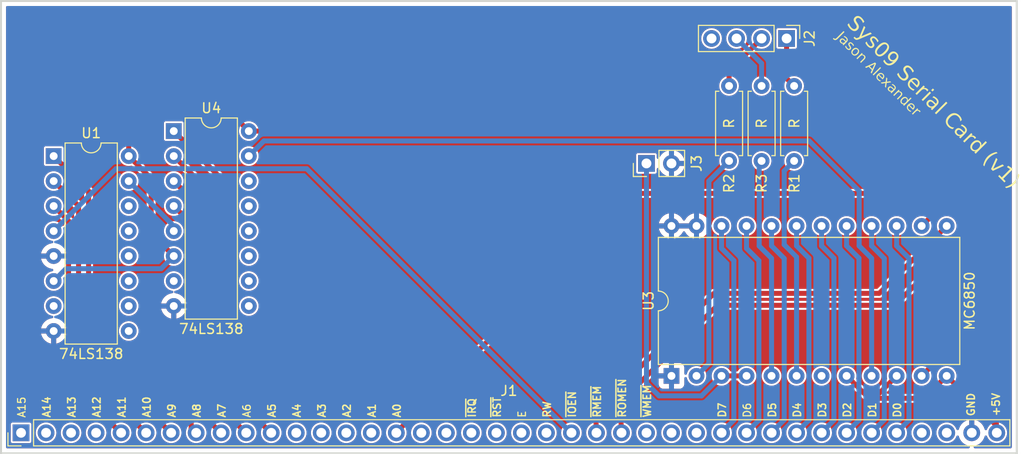
<source format=kicad_pcb>
(kicad_pcb (version 20221018) (generator pcbnew)
  (layers (0 "F.Cu" signal) (31 "B.Cu" signal) (34 "B.Paste" user) (35 "F.Paste" user) (36 "B.SilkS" user "B.Silkscreen") (37 "F.SilkS" user "F.Silkscreen") (38 "B.Mask" user) (39 "F.Mask" user) (44 "Edge.Cuts" user))
  (net 0 "")
  (net 1 "/A15")
  (net 2 "/A14")
  (net 3 "/A13")
  (net 4 "/A12")
  (net 5 "/A11")
  (net 6 "/A10")
  (net 7 "/A9")
  (net 8 "/A8")
  (net 9 "/A7")
  (net 10 "/A6")
  (net 11 "/A5")
  (net 12 "/A4")
  (net 13 "/A3")
  (net 14 "/A2")
  (net 15 "/A1")
  (net 16 "/A0")
  (net 19 "/~{RST}")
  (net 20 "/E")
  (net 21 "/RW")
  (net 22 "/~{IOEN}")
  (net 23 "/~{RMEM}")
  (net 24 "/~{ROMEN}")
  (net 25 "/~{WMEM}")
  (net 26 "/~{IRQ}")
  (net 29 "/DA7")
  (net 30 "/DA6")
  (net 31 "/DA5")
  (net 32 "/DA4")
  (net 33 "/DA3")
  (net 34 "/DA2")
  (net 35 "/DA1")
  (net 36 "/DA0")
  (net 39 "GND")
  (net 40 "+5V")
  (net 41 "Net-(J2-Pin_1)")
  (net 42 "Net-(J2-Pin_2)")
  (net 43 "Net-(J2-Pin_3)")
  (net 45 "Net-(J3-Pin_1)")
  (net 46 "Net-(U3-Tx_Data)")
  (net 47 "Net-(U3-Rx_Data)")
  (net 48 "Net-(U3-~{RTS})")
  (net 56 "Net-(U1-O0)")
  (net 65 "/UART")
  (footprint "Package_DIP:DIP-24_W15.24mm" (layer "F.Cu") (at 150.363 95.509 90)
    (fp_text reference "U3" (at 7.62 -2.33 90) (layer "F.SilkS"))
    (fp_text value "MC6850" (at 7.62 30.27 90) (layer "F.SilkS"))
    (fp_line (start 1.16 -1.33) (end 1.16 29.27) (stroke (width 0.12)) (layer "F.SilkS"))
    (fp_line (start 1.16 29.27) (end 14.08 29.27) (stroke (width 0.12)) (layer "F.SilkS"))
    (fp_line (start 6.62 -1.33) (end 1.16 -1.33) (stroke (width 0.12)) (layer "F.SilkS"))
    (fp_line (start 14.08 -1.33) (end 8.62 -1.33) (stroke (width 0.12)) (layer "F.SilkS"))
    (fp_line (start 14.08 29.27) (end 14.08 -1.33) (stroke (width 0.12)) (layer "F.SilkS"))
    (fp_arc (start 8.62 -1.33) (mid 7.62 -0.33) (end 6.62 -1.33) (stroke (width 0.12)) (layer "F.SilkS"))
    (pad "1" thru_hole rect (at 0 0 90) (size 1.6 1.6) (drill 0.8) (layers "*.Cu" "*.Mask") (net 39 "GND"))
    (pad "2" thru_hole oval (at 0 2.54 90) (size 1.6 1.6) (drill 0.8) (layers "*.Cu" "*.Mask") (net 47 "Net-(U3-Rx_Data)"))
    (pad "3" thru_hole oval (at 0 5.08 90) (size 1.6 1.6) (drill 0.8) (layers "*.Cu" "*.Mask") (net 45 "Net-(J3-Pin_1)"))
    (pad "4" thru_hole oval (at 0 7.62 90) (size 1.6 1.6) (drill 0.8) (layers "*.Cu" "*.Mask") (net 45 "Net-(J3-Pin_1)"))
    (pad "5" thru_hole oval (at 0 10.16 90) (size 1.6 1.6) (drill 0.8) (layers "*.Cu" "*.Mask") (net 48 "Net-(U3-~{RTS})"))
    (pad "6" thru_hole oval (at 0 12.7 90) (size 1.6 1.6) (drill 0.8) (layers "*.Cu" "*.Mask") (net 46 "Net-(U3-Tx_Data)"))
    (pad "7" thru_hole oval (at 0 15.24 90) (size 1.6 1.6) (drill 0.8) (layers "*.Cu" "*.Mask"))
    (pad "8" thru_hole oval (at 0 17.78 90) (size 1.6 1.6) (drill 0.8) (layers "*.Cu" "*.Mask") (net 40 "+5V"))
    (pad "9" thru_hole oval (at 0 20.32 90) (size 1.6 1.6) (drill 0.8) (layers "*.Cu" "*.Mask") (net 65 "/UART"))
    (pad "10" thru_hole oval (at 0 22.86 90) (size 1.6 1.6) (drill 0.8) (layers "*.Cu" "*.Mask") (net 40 "+5V"))
    (pad "11" thru_hole oval (at 0 25.4 90) (size 1.6 1.6) (drill 0.8) (layers "*.Cu" "*.Mask") (net 16 "/A0"))
    (pad "12" thru_hole oval (at 0 27.94 90) (size 1.6 1.6) (drill 0.8) (layers "*.Cu" "*.Mask") (net 40 "+5V"))
    (pad "13" thru_hole oval (at 15.24 27.94 90) (size 1.6 1.6) (drill 0.8) (layers "*.Cu" "*.Mask") (net 21 "/RW"))
    (pad "14" thru_hole oval (at 15.24 25.4 90) (size 1.6 1.6) (drill 0.8) (layers "*.Cu" "*.Mask") (net 20 "/E"))
    (pad "15" thru_hole oval (at 15.24 22.86 90) (size 1.6 1.6) (drill 0.8) (layers "*.Cu" "*.Mask") (net 36 "/DA0"))
    (pad "16" thru_hole oval (at 15.24 20.32 90) (size 1.6 1.6) (drill 0.8) (layers "*.Cu" "*.Mask") (net 35 "/DA1"))
    (pad "17" thru_hole oval (at 15.24 17.78 90) (size 1.6 1.6) (drill 0.8) (layers "*.Cu" "*.Mask") (net 34 "/DA2"))
    (pad "18" thru_hole oval (at 15.24 15.24 90) (size 1.6 1.6) (drill 0.8) (layers "*.Cu" "*.Mask") (net 33 "/DA3"))
    (pad "19" thru_hole oval (at 15.24 12.7 90) (size 1.6 1.6) (drill 0.8) (layers "*.Cu" "*.Mask") (net 32 "/DA4"))
    (pad "20" thru_hole oval (at 15.24 10.16 90) (size 1.6 1.6) (drill 0.8) (layers "*.Cu" "*.Mask") (net 31 "/DA5"))
    (pad "21" thru_hole oval (at 15.24 7.62 90) (size 1.6 1.6) (drill 0.8) (layers "*.Cu" "*.Mask") (net 30 "/DA6"))
    (pad "22" thru_hole oval (at 15.24 5.08 90) (size 1.6 1.6) (drill 0.8) (layers "*.Cu" "*.Mask") (net 29 "/DA7"))
    (pad "23" thru_hole oval (at 15.24 2.54 90) (size 1.6 1.6) (drill 0.8) (layers "*.Cu" "*.Mask") (net 39 "GND"))
    (pad "24" thru_hole oval (at 15.24 0 90) (size 1.6 1.6) (drill 0.8) (layers "*.Cu" "*.Mask") (net 39 "GND"))
  )
  (footprint "Package_DIP:DIP-16_W7.62mm" (layer "F.Cu") (at 87.64 73.167)
    (fp_text reference "U1" (at 3.81 -2.33) (layer "F.SilkS"))
    (fp_text value "74LS138" (at 3.81 20.11) (layer "F.SilkS"))
    (fp_line (start 1.16 -1.33) (end 1.16 19.11) (stroke (width 0.12)) (layer "F.SilkS"))
    (fp_line (start 1.16 19.11) (end 6.46 19.11) (stroke (width 0.12)) (layer "F.SilkS"))
    (fp_line (start 2.81 -1.33) (end 1.16 -1.33) (stroke (width 0.12)) (layer "F.SilkS"))
    (fp_line (start 6.46 -1.33) (end 4.81 -1.33) (stroke (width 0.12)) (layer "F.SilkS"))
    (fp_line (start 6.46 19.11) (end 6.46 -1.33) (stroke (width 0.12)) (layer "F.SilkS"))
    (fp_arc (start 4.81 -1.33) (mid 3.81 -0.33) (end 2.81 -1.33) (stroke (width 0.12)) (layer "F.SilkS"))
    (pad "1" thru_hole rect (at 0 0) (size 1.6 1.6) (drill 0.8) (layers "*.Cu" "*.Mask") (net 7 "/A9"))
    (pad "2" thru_hole oval (at 0 2.54) (size 1.6 1.6) (drill 0.8) (layers "*.Cu" "*.Mask") (net 6 "/A10"))
    (pad "3" thru_hole oval (at 0 5.08) (size 1.6 1.6) (drill 0.8) (layers "*.Cu" "*.Mask") (net 5 "/A11"))
    (pad "4" thru_hole oval (at 0 7.62) (size 1.6 1.6) (drill 0.8) (layers "*.Cu" "*.Mask") (net 22 "/~{IOEN}"))
    (pad "5" thru_hole oval (at 0 10.16) (size 1.6 1.6) (drill 0.8) (layers "*.Cu" "*.Mask") (net 39 "GND"))
    (pad "6" thru_hole oval (at 0 12.7) (size 1.6 1.6) (drill 0.8) (layers "*.Cu" "*.Mask") (net 40 "+5V"))
    (pad "7" thru_hole oval (at 0 15.24) (size 1.6 1.6) (drill 0.8) (layers "*.Cu" "*.Mask"))
    (pad "8" thru_hole oval (at 0 17.78) (size 1.6 1.6) (drill 0.8) (layers "*.Cu" "*.Mask") (net 39 "GND"))
    (pad "9" thru_hole oval (at 7.62 17.78) (size 1.6 1.6) (drill 0.8) (layers "*.Cu" "*.Mask"))
    (pad "10" thru_hole oval (at 7.62 15.24) (size 1.6 1.6) (drill 0.8) (layers "*.Cu" "*.Mask"))
    (pad "11" thru_hole oval (at 7.62 12.7) (size 1.6 1.6) (drill 0.8) (layers "*.Cu" "*.Mask"))
    (pad "12" thru_hole oval (at 7.62 10.16) (size 1.6 1.6) (drill 0.8) (layers "*.Cu" "*.Mask"))
    (pad "13" thru_hole oval (at 7.62 7.62) (size 1.6 1.6) (drill 0.8) (layers "*.Cu" "*.Mask"))
    (pad "14" thru_hole oval (at 7.62 5.08) (size 1.6 1.6) (drill 0.8) (layers "*.Cu" "*.Mask"))
    (pad "15" thru_hole oval (at 7.62 2.54) (size 1.6 1.6) (drill 0.8) (layers "*.Cu" "*.Mask") (net 56 "Net-(U1-O0)"))
    (pad "16" thru_hole oval (at 7.62 0) (size 1.6 1.6) (drill 0.8) (layers "*.Cu" "*.Mask") (net 40 "+5V"))
  )
  (footprint "Resistor_THT:R_Axial_DIN0207_L6.3mm_D2.5mm_P7.62mm_Horizontal" (layer "F.Cu") (at 162.814 66.04 -90)
    (fp_text reference "R1" (at 9.906 -0.028 90) (layer "F.SilkS"))
    (fp_text value "R" (at 3.81 -0.028 90) (layer "F.SilkS"))
    (fp_line (start 0.54 -1.37) (end 7.08 -1.37) (stroke (width 0.12)) (layer "F.SilkS"))
    (fp_line (start 0.54 -1.04) (end 0.54 -1.37) (stroke (width 0.12)) (layer "F.SilkS"))
    (fp_line (start 0.54 1.04) (end 0.54 1.37) (stroke (width 0.12)) (layer "F.SilkS"))
    (fp_line (start 0.54 1.37) (end 7.08 1.37) (stroke (width 0.12)) (layer "F.SilkS"))
    (fp_line (start 7.08 -1.37) (end 7.08 -1.04) (stroke (width 0.12)) (layer "F.SilkS"))
    (fp_line (start 7.08 1.37) (end 7.08 1.04) (stroke (width 0.12)) (layer "F.SilkS"))
    (pad "1" thru_hole circle (at 0 0 270) (size 1.6 1.6) (drill 0.8) (layers "*.Cu" "*.Mask") (net 41 "Net-(J2-Pin_1)"))
    (pad "2" thru_hole oval (at 7.62 0 270) (size 1.6 1.6) (drill 0.8) (layers "*.Cu" "*.Mask") (net 46 "Net-(U3-Tx_Data)"))
  )
  (footprint "Resistor_THT:R_Axial_DIN0207_L6.3mm_D2.5mm_P7.62mm_Horizontal" (layer "F.Cu") (at 159.512 66.04 -90)
    (fp_text reference "R3" (at 9.906 0 90) (layer "F.SilkS"))
    (fp_text value "R" (at 3.81 0 90) (layer "F.SilkS"))
    (fp_line (start 0.54 -1.37) (end 7.08 -1.37) (stroke (width 0.12)) (layer "F.SilkS"))
    (fp_line (start 0.54 -1.04) (end 0.54 -1.37) (stroke (width 0.12)) (layer "F.SilkS"))
    (fp_line (start 0.54 1.04) (end 0.54 1.37) (stroke (width 0.12)) (layer "F.SilkS"))
    (fp_line (start 0.54 1.37) (end 7.08 1.37) (stroke (width 0.12)) (layer "F.SilkS"))
    (fp_line (start 7.08 -1.37) (end 7.08 -1.04) (stroke (width 0.12)) (layer "F.SilkS"))
    (fp_line (start 7.08 1.37) (end 7.08 1.04) (stroke (width 0.12)) (layer "F.SilkS"))
    (pad "1" thru_hole circle (at 0 0 270) (size 1.6 1.6) (drill 0.8) (layers "*.Cu" "*.Mask") (net 43 "Net-(J2-Pin_3)"))
    (pad "2" thru_hole oval (at 7.62 0 270) (size 1.6 1.6) (drill 0.8) (layers "*.Cu" "*.Mask") (net 48 "Net-(U3-~{RTS})"))
  )
  (footprint "Connector_PinHeader_2.54mm:PinHeader_1x40_P2.54mm_Vertical" (layer "F.Cu") (at 84.328 101.294 90)
    (fp_text reference "J1" (at 4.266 49.53) (layer "F.SilkS"))
    (fp_text value "Conn_01x40_Pin" hide)
    (fp_line (start -1.33 -1.33) (end 0 -1.33) (stroke (width 0.12)) (layer "F.SilkS"))
    (fp_line (start -1.33 0) (end -1.33 -1.33) (stroke (width 0.12)) (layer "F.SilkS"))
    (fp_line (start -1.33 1.27) (end -1.33 100.39) (stroke (width 0.12)) (layer "F.SilkS"))
    (fp_line (start -1.33 1.27) (end 1.33 1.27) (stroke (width 0.12)) (layer "F.SilkS"))
    (fp_line (start -1.33 100.39) (end 1.33 100.39) (stroke (width 0.12)) (layer "F.SilkS"))
    (fp_line (start 1.33 1.27) (end 1.33 100.39) (stroke (width 0.12)) (layer "F.SilkS"))
    (pad "1" thru_hole rect (at 0 0 90) (size 1.7 1.7) (drill 1) (layers "*.Cu" "*.Mask") (net 1 "/A15"))
    (pad "2" thru_hole oval (at 0 2.54 90) (size 1.7 1.7) (drill 1) (layers "*.Cu" "*.Mask") (net 2 "/A14"))
    (pad "3" thru_hole oval (at 0 5.08 90) (size 1.7 1.7) (drill 1) (layers "*.Cu" "*.Mask") (net 3 "/A13"))
    (pad "4" thru_hole oval (at 0 7.62 90) (size 1.7 1.7) (drill 1) (layers "*.Cu" "*.Mask") (net 4 "/A12"))
    (pad "5" thru_hole oval (at 0 10.16 90) (size 1.7 1.7) (drill 1) (layers "*.Cu" "*.Mask") (net 5 "/A11"))
    (pad "6" thru_hole oval (at 0 12.7 90) (size 1.7 1.7) (drill 1) (layers "*.Cu" "*.Mask") (net 6 "/A10"))
    (pad "7" thru_hole oval (at 0 15.24 90) (size 1.7 1.7) (drill 1) (layers "*.Cu" "*.Mask") (net 7 "/A9"))
    (pad "8" thru_hole oval (at 0 17.78 90) (size 1.7 1.7) (drill 1) (layers "*.Cu" "*.Mask") (net 8 "/A8"))
    (pad "9" thru_hole oval (at 0 20.32 90) (size 1.7 1.7) (drill 1) (layers "*.Cu" "*.Mask") (net 9 "/A7"))
    (pad "10" thru_hole oval (at 0 22.86 90) (size 1.7 1.7) (drill 1) (layers "*.Cu" "*.Mask") (net 10 "/A6"))
    (pad "11" thru_hole oval (at 0 25.4 90) (size 1.7 1.7) (drill 1) (layers "*.Cu" "*.Mask") (net 11 "/A5"))
    (pad "12" thru_hole oval (at 0 27.94 90) (size 1.7 1.7) (drill 1) (layers "*.Cu" "*.Mask") (net 12 "/A4"))
    (pad "13" thru_hole oval (at 0 30.48 90) (size 1.7 1.7) (drill 1) (layers "*.Cu" "*.Mask") (net 13 "/A3"))
    (pad "14" thru_hole oval (at 0 33.02 90) (size 1.7 1.7) (drill 1) (layers "*.Cu" "*.Mask") (net 14 "/A2"))
    (pad "15" thru_hole oval (at 0 35.56 90) (size 1.7 1.7) (drill 1) (layers "*.Cu" "*.Mask") (net 15 "/A1"))
    (pad "16" thru_hole oval (at 0 38.1 90) (size 1.7 1.7) (drill 1) (layers "*.Cu" "*.Mask") (net 16 "/A0"))
    (pad "17" thru_hole oval (at 0 40.64 90) (size 1.7 1.7) (drill 1) (layers "*.Cu" "*.Mask"))
    (pad "18" thru_hole oval (at 0 43.18 90) (size 1.7 1.7) (drill 1) (layers "*.Cu" "*.Mask"))
    (pad "19" thru_hole oval (at 0 45.72 90) (size 1.7 1.7) (drill 1) (layers "*.Cu" "*.Mask") (net 26 "/~{IRQ}"))
    (pad "20" thru_hole oval (at 0 48.26 90) (size 1.7 1.7) (drill 1) (layers "*.Cu" "*.Mask") (net 25 "/~{WMEM}"))
    (pad "21" thru_hole oval (at 0 50.8 90) (size 1.7 1.7) (drill 1) (layers "*.Cu" "*.Mask") (net 24 "/~{ROMEN}"))
    (pad "22" thru_hole oval (at 0 53.34 90) (size 1.7 1.7) (drill 1) (layers "*.Cu" "*.Mask") (net 23 "/~{RMEM}"))
    (pad "23" thru_hole oval (at 0 55.88 90) (size 1.7 1.7) (drill 1) (layers "*.Cu" "*.Mask") (net 22 "/~{IOEN}"))
    (pad "24" thru_hole oval (at 0 58.42 90) (size 1.7 1.7) (drill 1) (layers "*.Cu" "*.Mask") (net 21 "/RW"))
    (pad "25" thru_hole oval (at 0 60.96 90) (size 1.7 1.7) (drill 1) (layers "*.Cu" "*.Mask") (net 20 "/E"))
    (pad "26" thru_hole oval (at 0 63.5 90) (size 1.7 1.7) (drill 1) (layers "*.Cu" "*.Mask") (net 19 "/~{RST}"))
    (pad "27" thru_hole oval (at 0 66.04 90) (size 1.7 1.7) (drill 1) (layers "*.Cu" "*.Mask"))
    (pad "28" thru_hole oval (at 0 68.58 90) (size 1.7 1.7) (drill 1) (layers "*.Cu" "*.Mask"))
    (pad "29" thru_hole oval (at 0 71.12 90) (size 1.7 1.7) (drill 1) (layers "*.Cu" "*.Mask") (net 29 "/DA7"))
    (pad "30" thru_hole oval (at 0 73.66 90) (size 1.7 1.7) (drill 1) (layers "*.Cu" "*.Mask") (net 30 "/DA6"))
    (pad "31" thru_hole oval (at 0 76.2 90) (size 1.7 1.7) (drill 1) (layers "*.Cu" "*.Mask") (net 31 "/DA5"))
    (pad "32" thru_hole oval (at 0 78.74 90) (size 1.7 1.7) (drill 1) (layers "*.Cu" "*.Mask") (net 32 "/DA4"))
    (pad "33" thru_hole oval (at 0 81.28 90) (size 1.7 1.7) (drill 1) (layers "*.Cu" "*.Mask") (net 33 "/DA3"))
    (pad "34" thru_hole oval (at 0 83.82 90) (size 1.7 1.7) (drill 1) (layers "*.Cu" "*.Mask") (net 34 "/DA2"))
    (pad "35" thru_hole oval (at 0 86.36 90) (size 1.7 1.7) (drill 1) (layers "*.Cu" "*.Mask") (net 35 "/DA1"))
    (pad "36" thru_hole oval (at 0 88.9 90) (size 1.7 1.7) (drill 1) (layers "*.Cu" "*.Mask") (net 36 "/DA0"))
    (pad "37" thru_hole oval (at 0 91.44 90) (size 1.7 1.7) (drill 1) (layers "*.Cu" "*.Mask"))
    (pad "38" thru_hole oval (at 0 93.98 90) (size 1.7 1.7) (drill 1) (layers "*.Cu" "*.Mask"))
    (pad "39" thru_hole oval (at 0 96.52 90) (size 1.7 1.7) (drill 1) (layers "*.Cu" "*.Mask") (net 39 "GND"))
    (pad "40" thru_hole oval (at 0 99.06 90) (size 1.7 1.7) (drill 1) (layers "*.Cu" "*.Mask") (net 40 "+5V"))
  )
  (footprint "Connector_PinHeader_2.54mm:PinHeader_1x04_P2.54mm_Vertical" (layer "F.Cu") (at 162.052 61.214 -90)
    (fp_text reference "J2" (at 0 -2.33 90) (layer "F.SilkS"))
    (fp_text value "Conn_01x04_Pin" hide)
    (fp_line (start -1.33 -1.33) (end 0 -1.33) (stroke (width 0.12)) (layer "F.SilkS"))
    (fp_line (start -1.33 0) (end -1.33 -1.33) (stroke (width 0.12)) (layer "F.SilkS"))
    (fp_line (start -1.33 1.27) (end -1.33 8.95) (stroke (width 0.12)) (layer "F.SilkS"))
    (fp_line (start -1.33 1.27) (end 1.33 1.27) (stroke (width 0.12)) (layer "F.SilkS"))
    (fp_line (start -1.33 8.95) (end 1.33 8.95) (stroke (width 0.12)) (layer "F.SilkS"))
    (fp_line (start 1.33 1.27) (end 1.33 8.95) (stroke (width 0.12)) (layer "F.SilkS"))
    (pad "1" thru_hole rect (at 0 0 270) (size 1.7 1.7) (drill 1) (layers "*.Cu" "*.Mask") (net 41 "Net-(J2-Pin_1)"))
    (pad "2" thru_hole oval (at 0 2.54 270) (size 1.7 1.7) (drill 1) (layers "*.Cu" "*.Mask") (net 42 "Net-(J2-Pin_2)"))
    (pad "3" thru_hole oval (at 0 5.08 270) (size 1.7 1.7) (drill 1) (layers "*.Cu" "*.Mask") (net 43 "Net-(J2-Pin_3)"))
    (pad "4" thru_hole oval (at 0 7.62 270) (size 1.7 1.7) (drill 1) (layers "*.Cu" "*.Mask"))
  )
  (footprint "Connector_PinHeader_2.54mm:PinHeader_1x02_P2.54mm_Vertical" (layer "F.Cu") (at 147.823 73.914 90)
    (fp_text reference "J3" (at 0 5.085 90) (layer "F.SilkS"))
    (fp_text value "Conn_01x02_Pin" hide)
    (fp_line (start -1.33 -1.33) (end 0 -1.33) (stroke (width 0.12)) (layer "F.SilkS"))
    (fp_line (start -1.33 0) (end -1.33 -1.33) (stroke (width 0.12)) (layer "F.SilkS"))
    (fp_line (start -1.33 1.27) (end -1.33 3.87) (stroke (width 0.12)) (layer "F.SilkS"))
    (fp_line (start -1.33 1.27) (end 1.33 1.27) (stroke (width 0.12)) (layer "F.SilkS"))
    (fp_line (start -1.33 3.87) (end 1.33 3.87) (stroke (width 0.12)) (layer "F.SilkS"))
    (fp_line (start 1.33 1.27) (end 1.33 3.87) (stroke (width 0.12)) (layer "F.SilkS"))
    (pad "1" thru_hole rect (at 0 0 90) (size 1.7 1.7) (drill 1) (layers "*.Cu" "*.Mask") (net 45 "Net-(J3-Pin_1)"))
    (pad "2" thru_hole oval (at 0 2.54 90) (size 1.7 1.7) (drill 1) (layers "*.Cu" "*.Mask") (net 39 "GND"))
  )
  (footprint "Package_DIP:DIP-16_W7.62mm" (layer "F.Cu") (at 99.832 70.627)
    (fp_text reference "U4" (at 3.81 -2.33) (layer "F.SilkS"))
    (fp_text value "74LS138" (at 3.81 20.11) (layer "F.SilkS"))
    (fp_line (start 1.16 -1.33) (end 1.16 19.11) (stroke (width 0.12)) (layer "F.SilkS"))
    (fp_line (start 1.16 19.11) (end 6.46 19.11) (stroke (width 0.12)) (layer "F.SilkS"))
    (fp_line (start 2.81 -1.33) (end 1.16 -1.33) (stroke (width 0.12)) (layer "F.SilkS"))
    (fp_line (start 6.46 -1.33) (end 4.81 -1.33) (stroke (width 0.12)) (layer "F.SilkS"))
    (fp_line (start 6.46 19.11) (end 6.46 -1.33) (stroke (width 0.12)) (layer "F.SilkS"))
    (fp_arc (start 4.81 -1.33) (mid 3.81 -0.33) (end 2.81 -1.33) (stroke (width 0.12)) (layer "F.SilkS"))
    (pad "1" thru_hole rect (at 0 0) (size 1.6 1.6) (drill 0.8) (layers "*.Cu" "*.Mask") (net 11 "/A5"))
    (pad "2" thru_hole oval (at 0 2.54) (size 1.6 1.6) (drill 0.8) (layers "*.Cu" "*.Mask") (net 10 "/A6"))
    (pad "3" thru_hole oval (at 0 5.08) (size 1.6 1.6) (drill 0.8) (layers "*.Cu" "*.Mask") (net 9 "/A7"))
    (pad "4" thru_hole oval (at 0 7.62) (size 1.6 1.6) (drill 0.8) (layers "*.Cu" "*.Mask") (net 8 "/A8"))
    (pad "5" thru_hole oval (at 0 10.16) (size 1.6 1.6) (drill 0.8) (layers "*.Cu" "*.Mask") (net 56 "Net-(U1-O0)"))
    (pad "6" thru_hole oval (at 0 12.7) (size 1.6 1.6) (drill 0.8) (layers "*.Cu" "*.Mask") (net 40 "+5V"))
    (pad "7" thru_hole oval (at 0 15.24) (size 1.6 1.6) (drill 0.8) (layers "*.Cu" "*.Mask"))
    (pad "8" thru_hole oval (at 0 17.78) (size 1.6 1.6) (drill 0.8) (layers "*.Cu" "*.Mask") (net 39 "GND"))
    (pad "9" thru_hole oval (at 7.62 17.78) (size 1.6 1.6) (drill 0.8) (layers "*.Cu" "*.Mask"))
    (pad "10" thru_hole oval (at 7.62 15.24) (size 1.6 1.6) (drill 0.8) (layers "*.Cu" "*.Mask"))
    (pad "11" thru_hole oval (at 7.62 12.7) (size 1.6 1.6) (drill 0.8) (layers "*.Cu" "*.Mask"))
    (pad "12" thru_hole oval (at 7.62 10.16) (size 1.6 1.6) (drill 0.8) (layers "*.Cu" "*.Mask"))
    (pad "13" thru_hole oval (at 7.62 7.62) (size 1.6 1.6) (drill 0.8) (layers "*.Cu" "*.Mask"))
    (pad "14" thru_hole oval (at 7.62 5.08) (size 1.6 1.6) (drill 0.8) (layers "*.Cu" "*.Mask"))
    (pad "15" thru_hole oval (at 7.62 2.54) (size 1.6 1.6) (drill 0.8) (layers "*.Cu" "*.Mask") (net 65 "/UART"))
    (pad "16" thru_hole oval (at 7.62 0) (size 1.6 1.6) (drill 0.8) (layers "*.Cu" "*.Mask") (net 40 "+5V"))
  )
  (footprint "Resistor_THT:R_Axial_DIN0207_L6.3mm_D2.5mm_P7.62mm_Horizontal" (layer "F.Cu") (at 156.21 66.04 -90)
    (fp_text reference "R2" (at 9.906 0 90) (layer "F.SilkS"))
    (fp_text value "R" (at 3.81 0 90) (layer "F.SilkS"))
    (fp_line (start 0.54 -1.37) (end 7.08 -1.37) (stroke (width 0.12)) (layer "F.SilkS"))
    (fp_line (start 0.54 -1.04) (end 0.54 -1.37) (stroke (width 0.12)) (layer "F.SilkS"))
    (fp_line (start 0.54 1.04) (end 0.54 1.37) (stroke (width 0.12)) (layer "F.SilkS"))
    (fp_line (start 0.54 1.37) (end 7.08 1.37) (stroke (width 0.12)) (layer "F.SilkS"))
    (fp_line (start 7.08 -1.37) (end 7.08 -1.04) (stroke (width 0.12)) (layer "F.SilkS"))
    (fp_line (start 7.08 1.37) (end 7.08 1.04) (stroke (width 0.12)) (layer "F.SilkS"))
    (pad "1" thru_hole circle (at 0 0 270) (size 1.6 1.6) (drill 0.8) (layers "*.Cu" "*.Mask") (net 42 "Net-(J2-Pin_2)"))
    (pad "2" thru_hole oval (at 7.62 0 270) (size 1.6 1.6) (drill 0.8) (layers "*.Cu" "*.Mask") (net 47 "Net-(U3-Rx_Data)"))
  )
  (gr_line (start 185.415 57.404) (end 82.291 57.404) (stroke (width 0.2)) (layer "Edge.Cuts"))
  (gr_line (start 185.415 57.404) (end 185.42 103.378) (stroke (width 0.2)) (layer "Edge.Cuts"))
  (gr_line (start 82.291 57.404) (end 82.296 103.378) (stroke (width 0.2)) (layer "Edge.Cuts"))
  (gr_line (start 82.296 103.378) (end 185.42 103.378) (stroke (width 0.2)) (layer "Edge.Cuts"))
  (gr_text "D2" (at 168.656 99.822 90) (layer "F.SilkS") (effects (font (size 0.762 0.762)) (justify left bottom)))
  (gr_text "A10\n" (at 97.536 99.822 90) (layer "F.SilkS") (effects (font (size 0.762 0.762)) (justify left bottom)))
  (gr_text "A8" (at 102.616 99.822 90) (layer "F.SilkS") (effects (font (size 0.762 0.762)) (justify left bottom)))
  (gr_text "Jason Alexander" (at 166.878 61.214 315) (layer "F.SilkS") (effects (font (size 1.016 1.016)) (justify left bottom)))
  (gr_text "D0" (at 173.736 99.822 90) (layer "F.SilkS") (effects (font (size 0.762 0.762)) (justify left bottom)))
  (gr_text "A1" (at 120.396 99.822 90) (layer "F.SilkS") (effects (font (size 0.762 0.762)) (justify left bottom)))
  (gr_text "+5V" (at 183.756 99.682 90) (layer "F.SilkS") (effects (font (size 0.762 0.762)) (justify left bottom)))
  (gr_text "~{RMEM}" (at 143.256 99.822 90) (layer "F.SilkS") (effects (font (size 0.762 0.762)) (justify left bottom)))
  (gr_text "A11" (at 94.996 99.822 90) (layer "F.SilkS") (effects (font (size 0.762 0.762)) (justify left bottom)))
  (gr_text "Sys09 Serial Card (v1)" (at 167.894 59.944 315) (layer "F.SilkS") (effects (font (size 1.524 1.524)) (justify left bottom)))
  (gr_text "A13" (at 89.916 99.822 90) (layer "F.SilkS") (effects (font (size 0.762 0.762)) (justify left bottom)))
  (gr_text "A7" (at 105.156 99.822 90) (layer "F.SilkS") (effects (font (size 0.762 0.762)) (justify left bottom)))
  (gr_text "A15" (at 84.836 99.822 90) (layer "F.SilkS") (effects (font (size 0.762 0.762) (thickness 0.127)) (justify left bottom)))
  (gr_text "~{ROMEN}" (at 145.796 99.822 90) (layer "F.SilkS") (effects (font (size 0.762 0.762)) (justify left bottom)))
  (gr_text "D3" (at 166.116 99.822 90) (layer "F.SilkS") (effects (font (size 0.762 0.762)) (justify left bottom)))
  (gr_text "~{WMEM}" (at 148.336 99.822 90) (layer "F.SilkS") (effects (font (size 0.762 0.762)) (justify left bottom)))
  (gr_text "A3" (at 115.316 99.822 90) (layer "F.SilkS") (effects (font (size 0.762 0.762)) (justify left bottom)))
  (gr_text "A0" (at 122.936 99.822 90) (layer "F.SilkS") (effects (font (size 0.762 0.762)) (justify left bottom)))
  (gr_text "D4" (at 163.576 99.822 90) (layer "F.SilkS") (effects (font (size 0.762 0.762)) (justify left bottom)))
  (gr_text "D5" (at 161.036 99.822 90) (layer "F.SilkS") (effects (font (size 0.762 0.762)) (justify left bottom)))
  (gr_text "A2" (at 117.856 99.822 90) (layer "F.SilkS") (effects (font (size 0.762 0.762)) (justify left bottom)))
  (gr_text "D6" (at 158.496 99.822 90) (layer "F.SilkS") (effects (font (size 0.762 0.762) (thickness 0.127)) (justify left bottom)))
  (gr_text "D1" (at 171.196 99.822 90) (layer "F.SilkS") (effects (font (size 0.762 0.762)) (justify left bottom)))
  (gr_text "A4" (at 112.776 99.822 90) (layer "F.SilkS") (effects (font (size 0.762 0.762)) (justify left bottom)))
  (gr_text "E" (at 135.636 99.822 90) (layer "F.SilkS") (effects (font (size 0.762 0.762) (thickness 0.127)) (justify left bottom)))
  (gr_text "~{RST}" (at 133.096 99.822 90) (layer "F.SilkS") (effects (font (size 0.762 0.762)) (justify left bottom)))
  (gr_text "A12" (at 92.456 99.822 90) (layer "F.SilkS") (effects (font (size 0.762 0.762)) (justify left bottom)))
  (gr_text "A9" (at 100.076 99.822 90) (layer "F.SilkS") (effects (font (size 0.762 0.762)) (justify left bottom)))
  (gr_text "A5" (at 110.236 99.822 90) (layer "F.SilkS") (effects (font (size 0.762 0.762)) (justify left bottom)))
  (gr_text "A14" (at 87.376 99.822 90) (layer "F.SilkS") (effects (font (size 0.762 0.762)) (justify left bottom)))
  (gr_text "~{IRQ}" (at 130.556 99.822 90) (layer "F.SilkS") (effects (font (size 0.762 0.762)) (justify left bottom)))
  (gr_text "RW" (at 138.176 99.822 90) (layer "F.SilkS") (effects (font (size 0.762 0.762)) (justify left bottom)))
  (gr_text "D7" (at 155.956 99.822 90) (layer "F.SilkS") (effects (font (size 0.762 0.762)) (justify left bottom)))
  (gr_text "A6" (at 107.696 99.822 90) (layer "F.SilkS") (effects (font (size 0.762 0.762) (thickness 0.127)) (justify left bottom)))
  (gr_text "~{IOEN}" (at 140.716 99.822 90) (layer "F.SilkS") (effects (font (size 0.762 0.762)) (justify left bottom)))
  (gr_text "GND" (at 181.216 99.682 90) (layer "F.SilkS") (effects (font (size 0.762 0.762)) (justify left bottom)))
  (segment (start 87.64 78.247) (end 89.154 79.761) (width 0.508) (layer "F.Cu") (net 5))
  (segment (start 89.154 96) (end 94.448 101.294) (width 0.508) (layer "F.Cu") (net 5))
  (segment (start 89.154 79.761) (end 89.154 96) (width 0.508) (layer "F.Cu") (net 5))
  (segment (start 90.17 94.488) (end 90.17 78.237) (width 0.508) (layer "F.Cu") (net 6))
  (segment (start 96.988 101.294) (end 90.182 94.488) (width 0.508) (layer "F.Cu") (net 6))
  (segment (start 90.182 94.488) (end 90.17 94.488) (width 0.508) (layer "F.Cu") (net 6))
  (segment (start 90.17 78.237) (end 87.64 75.707) (width 0.508) (layer "F.Cu") (net 6))
  (segment (start 91.198 92.964) (end 91.186 92.964) (width 0.508) (layer "F.Cu") (net 7))
  (segment (start 91.186 92.964) (end 91.186 76.713) (width 0.508) (layer "F.Cu") (net 7))
  (segment (start 91.186 76.713) (end 87.64 73.167) (width 0.508) (layer "F.Cu") (net 7))
  (segment (start 99.528 101.294) (end 91.198 92.964) (width 0.508) (layer "F.Cu") (net 7))
  (segment (start 101.6 100.826) (end 102.068 101.294) (width 0.508) (layer "F.Cu") (net 8))
  (segment (start 99.832 78.247) (end 101.6 80.015) (width 0.508) (layer "F.Cu") (net 8))
  (segment (start 101.6 80.015) (end 101.6 100.826) (width 0.508) (layer "F.Cu") (net 8))
  (segment (start 99.832 75.707) (end 102.616 78.491) (width 0.508) (layer "F.Cu") (net 9))
  (segment (start 102.616 99.302) (end 104.608 101.294) (width 0.508) (layer "F.Cu") (net 9))
  (segment (start 102.616 78.491) (end 102.616 99.302) (width 0.508) (layer "F.Cu") (net 9))
  (segment (start 107.148 101.294) (end 103.578 97.724) (width 0.508) (layer "F.Cu") (net 10))
  (segment (start 103.578 76.913) (end 99.832 73.167) (width 0.508) (layer "F.Cu") (net 10))
  (segment (start 103.578 97.724) (end 103.578 76.913) (width 0.508) (layer "F.Cu") (net 10))
  (segment (start 104.394 75.189) (end 104.394 96) (width 0.508) (layer "F.Cu") (net 11))
  (segment (start 104.394 96) (end 109.688 101.294) (width 0.508) (layer "F.Cu") (net 11))
  (segment (start 99.832 70.627) (end 104.394 75.189) (width 0.508) (layer "F.Cu") (net 11))
  (segment (start 181.864 79.502) (end 181.864 89.408) (width 0.508) (layer "F.Cu") (net 16))
  (segment (start 146.72 76.962) (end 179.324 76.962) (width 0.508) (layer "F.Cu") (net 16))
  (segment (start 181.864 89.408) (end 175.763 95.509) (width 0.508) (layer "F.Cu") (net 16))
  (segment (start 122.388 101.294) (end 146.72 76.962) (width 0.508) (layer "F.Cu") (net 16))
  (segment (start 179.324 76.962) (end 181.864 79.502) (width 0.508) (layer "F.Cu") (net 16))
  (segment (start 145.248 98.116) (end 155.026 88.338) (width 0.508) (layer "F.Cu") (net 20))
  (segment (start 180.086 81.28) (end 180.086 79.502) (width 0.508) (layer "F.Cu") (net 20))
  (segment (start 155.026 88.338) (end 173.028 88.338) (width 0.508) (layer "F.Cu") (net 20))
  (segment (start 177.546 78.486) (end 175.763 80.269) (width 0.508) (layer "F.Cu") (net 20))
  (segment (start 179.07 78.486) (end 177.546 78.486) (width 0.508) (layer "F.Cu") (net 20))
  (segment (start 180.086 79.502) (end 179.07 78.486) (width 0.508) (layer "F.Cu") (net 20))
  (segment (start 145.248 101.294) (end 145.248 98.116) (width 0.508) (layer "F.Cu") (net 20))
  (segment (start 173.028 88.338) (end 180.086 81.28) (width 0.508) (layer "F.Cu") (net 20))
  (segment (start 178.303 80.269) (end 171.45 87.122) (width 0.508) (layer "F.Cu") (net 21))
  (segment (start 154.686 87.122) (end 142.708 99.1) (width 0.508) (layer "F.Cu") (net 21))
  (segment (start 142.708 99.1) (end 142.708 101.294) (width 0.508) (layer "F.Cu") (net 21))
  (segment (start 171.45 87.122) (end 154.686 87.122) (width 0.508) (layer "F.Cu") (net 21))
  (segment (start 140.168 101.294) (end 113.327 74.453) (width 0.508) (layer "B.Cu") (net 22))
  (segment (start 93.974 74.453) (end 87.64 80.787) (width 0.508) (layer "B.Cu") (net 22))
  (segment (start 113.327 74.453) (end 93.974 74.453) (width 0.508) (layer "B.Cu") (net 22))
  (segment (start 155.408 101.294) (end 156.697 100.005) (width 0.508) (layer "B.Cu") (net 29))
  (segment (start 156.697 83.799) (end 155.443 82.545) (width 0.508) (layer "B.Cu") (net 29))
  (segment (start 156.697 100.005) (end 156.697 83.799) (width 0.508) (layer "B.Cu") (net 29))
  (segment (start 155.443 82.545) (end 155.443 80.269) (width 0.508) (layer "B.Cu") (net 29))
  (segment (start 159.237 83.799) (end 157.983 82.545) (width 0.508) (layer "B.Cu") (net 30))
  (segment (start 159.237 100.005) (end 159.237 83.799) (width 0.508) (layer "B.Cu") (net 30))
  (segment (start 157.948 101.294) (end 159.237 100.005) (width 0.508) (layer "B.Cu") (net 30))
  (segment (start 157.983 82.545) (end 157.983 80.269) (width 0.508) (layer "B.Cu") (net 30))
  (segment (start 160.488 101.294) (end 161.809 99.973) (width 0.508) (layer "B.Cu") (net 31))
  (segment (start 161.809 83.577) (end 160.523 82.291) (width 0.508) (layer "B.Cu") (net 31))
  (segment (start 160.523 82.291) (end 160.523 80.269) (width 0.508) (layer "B.Cu") (net 31))
  (segment (start 161.809 99.973) (end 161.809 83.577) (width 0.508) (layer "B.Cu") (net 31))
  (segment (start 163.028 101.294) (end 164.317 100.005) (width 0.508) (layer "B.Cu") (net 32))
  (segment (start 164.317 83.545) (end 163.063 82.291) (width 0.508) (layer "B.Cu") (net 32))
  (segment (start 163.063 82.291) (end 163.063 80.269) (width 0.508) (layer "B.Cu") (net 32))
  (segment (start 164.317 100.005) (end 164.317 83.545) (width 0.508) (layer "B.Cu") (net 32))
  (segment (start 165.568 101.294) (end 166.857 100.005) (width 0.508) (layer "B.Cu") (net 33))
  (segment (start 166.857 83.545) (end 165.603 82.291) (width 0.508) (layer "B.Cu") (net 33))
  (segment (start 166.857 100.005) (end 166.857 83.545) (width 0.508) (layer "B.Cu") (net 33))
  (segment (start 165.603 82.291) (end 165.603 80.269) (width 0.508) (layer "B.Cu") (net 33))
  (segment (start 168.108 101.294) (end 169.397 100.005) (width 0.508) (layer "B.Cu") (net 34))
  (segment (start 168.143 82.291) (end 168.143 80.269) (width 0.508) (layer "B.Cu") (net 34))
  (segment (start 169.397 100.005) (end 169.397 83.545) (width 0.508) (layer "B.Cu") (net 34))
  (segment (start 169.397 83.545) (end 168.143 82.291) (width 0.508) (layer "B.Cu") (net 34))
  (segment (start 171.969 83.577) (end 170.683 82.291) (width 0.508) (layer "B.Cu") (net 35))
  (segment (start 170.648 101.294) (end 171.969 99.973) (width 0.508) (layer "B.Cu") (net 35))
  (segment (start 170.683 82.291) (end 170.683 80.269) (width 0.508) (layer "B.Cu") (net 35))
  (segment (start 171.969 99.973) (end 171.969 83.577) (width 0.508) (layer "B.Cu") (net 35))
  (segment (start 173.188 101.294) (end 174.477 100.005) (width 0.508) (layer "B.Cu") (net 36))
  (segment (start 173.223 82.296) (end 173.223 80.269) (width 0.508) (layer "B.Cu") (net 36))
  (segment (start 174.477 83.55) (end 173.223 82.296) (width 0.508) (layer "B.Cu") (net 36))
  (segment (start 174.477 100.005) (end 174.477 83.55) (width 0.508) (layer "B.Cu") (net 36))
  (segment (start 97.79 68.326) (end 95.26 70.856) (width 0.508) (layer "F.Cu") (net 40))
  (segment (start 176.022 97.79) (end 178.303 95.509) (width 0.508) (layer "F.Cu") (net 40))
  (segment (start 107.452 70.627) (end 105.151 68.326) (width 0.508) (layer "F.Cu") (net 40))
  (segment (start 178.303 95.509) (end 183.348 100.554) (width 0.508) (layer "F.Cu") (net 40))
  (segment (start 168.143 95.509) (end 170.424 97.79) (width 0.508) (layer "F.Cu") (net 40))
  (segment (start 170.942 97.79) (end 176.022 97.79) (width 0.508) (layer "F.Cu") (net 40))
  (segment (start 105.151 68.326) (end 97.79 68.326) (width 0.508) (layer "F.Cu") (net 40))
  (segment (start 97.536 81.031) (end 99.832 83.327) (width 0.508) (layer "F.Cu") (net 40))
  (segment (start 170.424 97.79) (end 170.942 97.79) (width 0.508) (layer "F.Cu") (net 40))
  (segment (start 95.26 73.167) (end 97.536 75.443) (width 0.508) (layer "F.Cu") (net 40))
  (segment (start 173.223 95.509) (end 170.942 97.79) (width 0.508) (layer "F.Cu") (net 40))
  (segment (start 183.348 78.954) (end 175.021 70.627) (width 0.508) (layer "F.Cu") (net 40))
  (segment (start 175.021 70.627) (end 107.452 70.627) (width 0.508) (layer "F.Cu") (net 40))
  (segment (start 95.26 70.856) (end 95.26 73.167) (width 0.508) (layer "F.Cu") (net 40))
  (segment (start 183.348 100.554) (end 183.348 101.294) (width 0.508) (layer "F.Cu") (net 40))
  (segment (start 183.348 101.294) (end 183.348 78.954) (width 0.508) (layer "F.Cu") (net 40))
  (segment (start 97.536 75.443) (end 97.536 81.031) (width 0.508) (layer "F.Cu") (net 40))
  (segment (start 88.894 84.613) (end 98.546 84.613) (width 0.508) (layer "B.Cu") (net 40))
  (segment (start 87.64 85.867) (end 88.894 84.613) (width 0.508) (layer "B.Cu") (net 40))
  (segment (start 98.546 84.613) (end 99.832 83.327) (width 0.508) (layer "B.Cu") (net 40))
  (segment (start 162.052 61.214) (end 162.052 65.278) (width 0.508) (layer "F.Cu") (net 41))
  (segment (start 162.052 65.278) (end 162.814 66.04) (width 0.508) (layer "F.Cu") (net 41))
  (segment (start 156.21 66.04) (end 156.21 64.516) (width 0.508) (layer "F.Cu") (net 42))
  (segment (start 156.21 64.516) (end 159.512 61.214) (width 0.508) (layer "F.Cu") (net 42))
  (segment (start 159.512 66.04) (end 159.512 63.754) (width 0.508) (layer "B.Cu") (net 43))
  (segment (start 159.512 63.754) (end 156.972 61.214) (width 0.508) (layer "B.Cu") (net 43))
  (segment (start 155.443 95.509) (end 157.983 95.509) (width 0.508) (layer "F.Cu") (net 45))
  (segment (start 155.443 95.509) (end 153.416 97.536) (width 0.508) (layer "B.Cu") (net 45))
  (segment (start 153.416 97.536) (end 149.098 97.536) (width 0.508) (layer "B.Cu") (net 45))
  (segment (start 149.098 97.536) (end 147.823 96.261) (width 0.508) (layer "B.Cu") (net 45))
  (segment (start 147.823 96.261) (end 147.823 73.914) (width 0.508) (layer "B.Cu") (net 45))
  (segment (start 163.063 83.426632) (end 161.809 82.172632) (width 0.508) (layer "B.Cu") (net 46))
  (segment (start 161.809 74.665) (end 162.814 73.66) (width 0.508) (layer "B.Cu") (net 46))
  (segment (start 163.063 95.509) (end 163.063 83.426632) (width 0.508) (layer "B.Cu") (net 46))
  (segment (start 161.809 82.172632) (end 161.809 74.665) (width 0.508) (layer "B.Cu") (net 46))
  (segment (start 152.903 95.509) (end 154.157 94.255) (width 0.508) (layer "B.Cu") (net 47))
  (segment (start 154.157 94.255) (end 154.157 75.713) (width 0.508) (layer "B.Cu") (net 47))
  (segment (start 154.157 75.713) (end 156.21 73.66) (width 0.508) (layer "B.Cu") (net 47))
  (segment (start 159.269 82.307) (end 159.269 73.903) (width 0.508) (layer "B.Cu") (net 48))
  (segment (start 160.523 95.509) (end 160.523 83.561) (width 0.508) (layer "B.Cu") (net 48))
  (segment (start 159.269 73.903) (end 159.512 73.66) (width 0.508) (layer "B.Cu") (net 48))
  (segment (start 160.523 83.561) (end 159.269 82.307) (width 0.508) (layer "B.Cu") (net 48))
  (segment (start 99.832 80.279) (end 99.832 80.787) (width 0.508) (layer "B.Cu") (net 56))
  (segment (start 95.26 75.707) (end 99.832 80.279) (width 0.508) (layer "B.Cu") (net 56))
  (segment (start 169.418 76.708) (end 169.418 82.296) (width 0.508) (layer "B.Cu") (net 65))
  (segment (start 108.991 71.628) (end 164.338 71.628) (width 0.508) (layer "B.Cu") (net 65))
  (segment (start 107.452 73.167) (end 108.991 71.628) (width 0.508) (layer "B.Cu") (net 65))
  (segment (start 170.683 83.561) (end 170.683 95.509) (width 0.508) (layer "B.Cu") (net 65))
  (segment (start 169.418 82.296) (end 170.683 83.561) (width 0.508) (layer "B.Cu") (net 65))
  (segment (start 164.338 71.628) (end 169.418 76.708) (width 0.508) (layer "B.Cu") (net 65))
  (zone (net 39) (net_name "GND") (layer "F.Cu") (priority 1) (connect_pads (clearance 0)) (min_thickness 0.254) (fill yes (thermal_gap 0.508) (thermal_bridge_width 0.508))
    (polygon (pts (xy 184.912 102.87) (xy 82.804 102.87) (xy 82.804 57.912) (xy 184.912 57.912)))
  )
  (zone (net 39) (net_name "GND") (layer "B.Cu") (connect_pads (clearance 0)) (min_thickness 0.254) (fill yes (thermal_gap 0.508) (thermal_bridge_width 0.508))
    (polygon (pts (xy 184.912 102.87) (xy 82.804 102.87) (xy 82.804 57.912) (xy 184.912 57.912)))
  )
)
</source>
